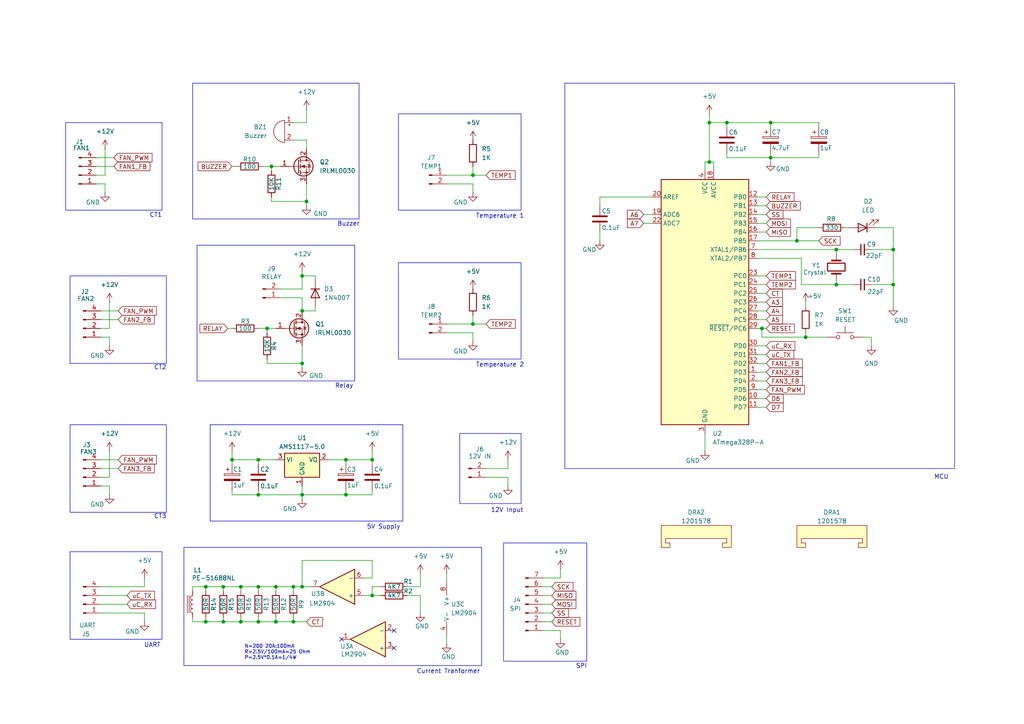
<source format=kicad_sch>
(kicad_sch (version 20231120) (generator "eeschema") (generator_version "8.0")
  (paper "A4")
  (junction (at 100.33 133.35))
  (junction (at 210.82 35.56))
  (junction (at 137.16 50.8))
  (junction (at 259.08 72.39))
  (junction (at 59.69 170.18))
  (junction (at 233.68 97.79))
  (junction (at 223.52 35.56))
  (junction (at 78.74 48.26))
  (junction (at 87.63 80.01))
  (junction (at 242.57 82.55))
  (junction (at 74.93 143.51))
  (junction (at 77.47 95.25))
  (junction (at 87.63 105.41))
  (junction (at 67.31 133.35))
  (junction (at 205.74 46.99))
  (junction (at 85.09 180.34))
  (junction (at 69.85 170.18))
  (junction (at 80.01 180.34))
  (junction (at 74.93 180.34))
  (junction (at 74.93 133.35))
  (junction (at 80.01 170.18))
  (junction (at 242.57 72.39))
  (junction (at 137.16 93.98))
  (junction (at 205.74 35.56))
  (junction (at 64.77 170.18))
  (junction (at 69.85 180.34))
  (junction (at 107.95 133.35))
  (junction (at 87.63 90.17))
  (junction (at 220.98 95.25))
  (junction (at 88.9 58.42))
  (junction (at 100.33 143.51))
  (junction (at 107.95 172.72))
  (junction (at 87.63 170.18))
  (junction (at 231.14 69.85))
  (junction (at 87.63 143.51))
  (junction (at 74.93 170.18))
  (junction (at 59.69 180.34))
  (junction (at 259.08 82.55))
  (junction (at 64.77 180.34))
  (junction (at 85.09 170.18))
  (junction (at 223.52 45.72))
  (no_connect (at 99.06 185.42))
  (no_connect (at 114.3 182.88))
  (no_connect (at 114.3 187.96))
  (wire (pts (xy 231.14 69.85) (xy 219.71 69.85)))
  (wire (pts (xy 85.09 35.56) (xy 88.9 35.56)))
  (wire (pts (xy 81.28 83.82) (xy 87.63 83.82)))
  (wire (pts (xy 29.21 177.8) (xy 41.91 177.8)))
  (wire (pts (xy 210.82 35.56) (xy 210.82 36.83)))
  (wire (pts (xy 88.9 58.42) (xy 88.9 59.69)))
  (wire (pts (xy 67.31 142.24) (xy 67.31 143.51)))
  (wire (pts (xy 80.01 170.18) (xy 80.01 171.45)))
  (wire (pts (xy 55.88 180.34) (xy 59.69 180.34)))
  (wire (pts (xy 237.49 44.45) (xy 237.49 45.72)))
  (wire (pts (xy 78.74 58.42) (xy 88.9 58.42)))
  (wire (pts (xy 59.69 179.07) (xy 59.69 180.34)))
  (wire (pts (xy 29.21 133.35) (xy 34.29 133.35)))
  (wire (pts (xy 64.77 179.07) (xy 64.77 180.34)))
  (wire (pts (xy 29.21 170.18) (xy 41.91 170.18)))
  (wire (pts (xy 223.52 36.83) (xy 223.52 35.56)))
  (wire (pts (xy 74.93 133.35) (xy 74.93 134.62)))
  (wire (pts (xy 87.63 80.01) (xy 87.63 78.74)))
  (wire (pts (xy 80.01 179.07) (xy 80.01 180.34)))
  (wire (pts (xy 88.9 40.64) (xy 88.9 43.18)))
  (wire (pts (xy 147.32 135.89) (xy 147.32 133.35)))
  (wire (pts (xy 219.71 113.03) (xy 222.25 113.03)))
  (wire (pts (xy 129.54 184.15) (xy 129.54 186.69)))
  (wire (pts (xy 252.73 72.39) (xy 259.08 72.39)))
  (wire (pts (xy 219.71 115.57) (xy 222.25 115.57)))
  (wire (pts (xy 30.48 50.8) (xy 27.94 50.8)))
  (wire (pts (xy 85.09 170.18) (xy 87.63 170.18)))
  (wire (pts (xy 88.9 53.34) (xy 88.9 58.42)))
  (wire (pts (xy 118.11 170.18) (xy 121.92 170.18)))
  (wire (pts (xy 129.54 53.34) (xy 137.16 53.34)))
  (wire (pts (xy 242.57 82.55) (xy 242.57 81.28)))
  (wire (pts (xy 173.99 59.69) (xy 173.99 57.15)))
  (wire (pts (xy 31.75 95.25) (xy 29.21 95.25)))
  (wire (pts (xy 223.52 35.56) (xy 210.82 35.56)))
  (wire (pts (xy 78.74 48.26) (xy 78.74 49.53)))
  (wire (pts (xy 205.74 35.56) (xy 205.74 46.99)))
  (wire (pts (xy 137.16 96.52) (xy 137.16 99.06)))
  (wire (pts (xy 29.21 140.97) (xy 31.75 140.97)))
  (wire (pts (xy 105.41 172.72) (xy 107.95 172.72)))
  (wire (pts (xy 219.71 90.17) (xy 222.25 90.17)))
  (wire (pts (xy 259.08 72.39) (xy 259.08 82.55)))
  (wire (pts (xy 129.54 93.98) (xy 137.16 93.98)))
  (wire (pts (xy 259.08 66.04) (xy 259.08 72.39)))
  (wire (pts (xy 30.48 43.18) (xy 30.48 50.8)))
  (wire (pts (xy 77.47 95.25) (xy 80.01 95.25)))
  (wire (pts (xy 74.93 170.18) (xy 74.93 171.45)))
  (wire (pts (xy 78.74 57.15) (xy 78.74 58.42)))
  (wire (pts (xy 74.93 180.34) (xy 80.01 180.34)))
  (wire (pts (xy 237.49 36.83) (xy 237.49 35.56)))
  (wire (pts (xy 55.88 170.18) (xy 55.88 171.45)))
  (wire (pts (xy 219.71 62.23) (xy 222.25 62.23)))
  (wire (pts (xy 29.21 90.17) (xy 34.29 90.17)))
  (wire (pts (xy 64.77 180.34) (xy 69.85 180.34)))
  (wire (pts (xy 29.21 175.26) (xy 36.83 175.26)))
  (wire (pts (xy 173.99 57.15) (xy 189.23 57.15)))
  (wire (pts (xy 242.57 72.39) (xy 242.57 73.66)))
  (wire (pts (xy 107.95 172.72) (xy 110.49 172.72)))
  (wire (pts (xy 219.71 67.31) (xy 222.25 67.31)))
  (wire (pts (xy 91.44 80.01) (xy 87.63 80.01)))
  (wire (pts (xy 59.69 170.18) (xy 64.77 170.18)))
  (wire (pts (xy 129.54 50.8) (xy 137.16 50.8)))
  (wire (pts (xy 31.75 97.79) (xy 31.75 100.33)))
  (wire (pts (xy 87.63 100.33) (xy 87.63 105.41)))
  (wire (pts (xy 205.74 33.02) (xy 205.74 35.56)))
  (wire (pts (xy 121.92 170.18) (xy 121.92 166.37)))
  (wire (pts (xy 233.68 97.79) (xy 240.03 97.79)))
  (wire (pts (xy 74.93 133.35) (xy 67.31 133.35)))
  (wire (pts (xy 121.92 172.72) (xy 121.92 177.8)))
  (wire (pts (xy 254 66.04) (xy 259.08 66.04)))
  (wire (pts (xy 137.16 53.34) (xy 137.16 55.88)))
  (wire (pts (xy 88.9 31.75) (xy 88.9 35.56)))
  (wire (pts (xy 27.94 45.72) (xy 33.02 45.72)))
  (wire (pts (xy 140.97 135.89) (xy 147.32 135.89)))
  (wire (pts (xy 219.71 87.63) (xy 222.25 87.63)))
  (wire (pts (xy 204.47 46.99) (xy 205.74 46.99)))
  (wire (pts (xy 100.33 133.35) (xy 100.33 134.62)))
  (wire (pts (xy 55.88 179.07) (xy 55.88 180.34)))
  (wire (pts (xy 210.82 45.72) (xy 223.52 45.72)))
  (wire (pts (xy 220.98 97.79) (xy 220.98 95.25)))
  (wire (pts (xy 219.71 74.93) (xy 232.41 74.93)))
  (wire (pts (xy 157.48 177.8) (xy 160.02 177.8)))
  (wire (pts (xy 233.68 87.63) (xy 233.68 88.9)))
  (wire (pts (xy 232.41 82.55) (xy 242.57 82.55)))
  (wire (pts (xy 219.71 59.69) (xy 222.25 59.69)))
  (wire (pts (xy 147.32 138.43) (xy 147.32 140.97)))
  (wire (pts (xy 80.01 180.34) (xy 85.09 180.34)))
  (wire (pts (xy 31.75 138.43) (xy 29.21 138.43)))
  (wire (pts (xy 231.14 69.85) (xy 237.49 69.85)))
  (wire (pts (xy 233.68 97.79) (xy 220.98 97.79)))
  (wire (pts (xy 205.74 35.56) (xy 210.82 35.56)))
  (wire (pts (xy 107.95 167.64) (xy 107.95 162.56)))
  (wire (pts (xy 29.21 92.71) (xy 34.29 92.71)))
  (wire (pts (xy 77.47 95.25) (xy 77.47 96.52)))
  (wire (pts (xy 55.88 170.18) (xy 59.69 170.18)))
  (wire (pts (xy 219.71 102.87) (xy 222.25 102.87)))
  (wire (pts (xy 157.48 167.64) (xy 162.56 167.64)))
  (wire (pts (xy 223.52 45.72) (xy 237.49 45.72)))
  (wire (pts (xy 69.85 180.34) (xy 74.93 180.34)))
  (wire (pts (xy 219.71 118.11) (xy 222.25 118.11)))
  (wire (pts (xy 107.95 162.56) (xy 87.63 162.56)))
  (wire (pts (xy 87.63 170.18) (xy 90.17 170.18)))
  (wire (pts (xy 157.48 172.72) (xy 160.02 172.72)))
  (wire (pts (xy 78.74 48.26) (xy 81.28 48.26)))
  (wire (pts (xy 223.52 44.45) (xy 223.52 45.72)))
  (wire (pts (xy 162.56 167.64) (xy 162.56 165.1)))
  (wire (pts (xy 29.21 172.72) (xy 36.83 172.72)))
  (wire (pts (xy 87.63 140.97) (xy 87.63 143.51)))
  (wire (pts (xy 85.09 180.34) (xy 88.9 180.34)))
  (wire (pts (xy 219.71 85.09) (xy 222.25 85.09)))
  (wire (pts (xy 87.63 162.56) (xy 87.63 170.18)))
  (wire (pts (xy 219.71 82.55) (xy 222.25 82.55)))
  (wire (pts (xy 105.41 167.64) (xy 107.95 167.64)))
  (wire (pts (xy 67.31 133.35) (xy 67.31 134.62)))
  (wire (pts (xy 157.48 175.26) (xy 160.02 175.26)))
  (wire (pts (xy 204.47 125.73) (xy 204.47 130.81)))
  (wire (pts (xy 74.93 179.07) (xy 74.93 180.34)))
  (wire (pts (xy 140.97 138.43) (xy 147.32 138.43)))
  (wire (pts (xy 157.48 170.18) (xy 160.02 170.18)))
  (wire (pts (xy 252.73 97.79) (xy 252.73 100.33)))
  (wire (pts (xy 69.85 179.07) (xy 69.85 180.34)))
  (wire (pts (xy 91.44 90.17) (xy 87.63 90.17)))
  (wire (pts (xy 87.63 83.82) (xy 87.63 80.01)))
  (wire (pts (xy 219.71 57.15) (xy 222.25 57.15)))
  (wire (pts (xy 81.28 86.36) (xy 87.63 86.36)))
  (wire (pts (xy 64.77 170.18) (xy 64.77 171.45)))
  (wire (pts (xy 77.47 104.14) (xy 77.47 105.41)))
  (wire (pts (xy 74.93 143.51) (xy 87.63 143.51)))
  (wire (pts (xy 67.31 143.51) (xy 74.93 143.51)))
  (wire (pts (xy 210.82 44.45) (xy 210.82 45.72)))
  (wire (pts (xy 107.95 130.81) (xy 107.95 133.35)))
  (wire (pts (xy 137.16 93.98) (xy 137.16 91.44)))
  (wire (pts (xy 107.95 143.51) (xy 100.33 143.51)))
  (wire (pts (xy 87.63 105.41) (xy 87.63 106.68)))
  (wire (pts (xy 85.09 179.07) (xy 85.09 180.34)))
  (wire (pts (xy 76.2 48.26) (xy 78.74 48.26)))
  (wire (pts (xy 252.73 82.55) (xy 259.08 82.55)))
  (wire (pts (xy 59.69 180.34) (xy 64.77 180.34)))
  (wire (pts (xy 69.85 170.18) (xy 69.85 171.45)))
  (wire (pts (xy 41.91 177.8) (xy 41.91 180.34)))
  (wire (pts (xy 74.93 95.25) (xy 77.47 95.25)))
  (wire (pts (xy 219.71 72.39) (xy 242.57 72.39)))
  (wire (pts (xy 31.75 130.81) (xy 31.75 138.43)))
  (wire (pts (xy 157.48 180.34) (xy 160.02 180.34)))
  (wire (pts (xy 137.16 93.98) (xy 140.97 93.98)))
  (wire (pts (xy 59.69 170.18) (xy 59.69 171.45)))
  (wire (pts (xy 219.71 64.77) (xy 222.25 64.77)))
  (wire (pts (xy 29.21 135.89) (xy 34.29 135.89)))
  (wire (pts (xy 118.11 172.72) (xy 121.92 172.72)))
  (wire (pts (xy 80.01 170.18) (xy 85.09 170.18)))
  (wire (pts (xy 30.48 53.34) (xy 30.48 55.88)))
  (wire (pts (xy 137.16 50.8) (xy 137.16 48.26)))
  (wire (pts (xy 107.95 133.35) (xy 107.95 134.62)))
  (wire (pts (xy 162.56 182.88) (xy 162.56 185.42)))
  (wire (pts (xy 219.71 92.71) (xy 222.25 92.71)))
  (wire (pts (xy 27.94 48.26) (xy 33.02 48.26)))
  (wire (pts (xy 29.21 97.79) (xy 31.75 97.79)))
  (wire (pts (xy 31.75 87.63) (xy 31.75 95.25)))
  (wire (pts (xy 205.74 46.99) (xy 207.01 46.99)))
  (wire (pts (xy 41.91 167.64) (xy 41.91 170.18)))
  (wire (pts (xy 100.33 142.24) (xy 100.33 143.51)))
  (wire (pts (xy 66.04 95.25) (xy 67.31 95.25)))
  (wire (pts (xy 129.54 96.52) (xy 137.16 96.52)))
  (wire (pts (xy 87.63 86.36) (xy 87.63 90.17)))
  (wire (pts (xy 231.14 66.04) (xy 237.49 66.04)))
  (wire (pts (xy 219.71 105.41) (xy 222.25 105.41)))
  (wire (pts (xy 107.95 170.18) (xy 107.95 172.72)))
  (wire (pts (xy 67.31 133.35) (xy 67.31 130.81)))
  (wire (pts (xy 204.47 49.53) (xy 204.47 46.99)))
  (wire (pts (xy 80.01 133.35) (xy 74.93 133.35)))
  (wire (pts (xy 67.31 48.26) (xy 68.58 48.26)))
  (wire (pts (xy 95.25 133.35) (xy 100.33 133.35)))
  (wire (pts (xy 27.94 53.34) (xy 30.48 53.34)))
  (wire (pts (xy 223.52 45.72) (xy 223.52 46.99)))
  (wire (pts (xy 231.14 66.04) (xy 231.14 69.85)))
  (wire (pts (xy 110.49 170.18) (xy 107.95 170.18)))
  (wire (pts (xy 219.71 100.33) (xy 222.25 100.33)))
  (wire (pts (xy 186.69 64.77) (xy 189.23 64.77)))
  (wire (pts (xy 74.93 170.18) (xy 80.01 170.18)))
  (wire (pts (xy 186.69 62.23) (xy 189.23 62.23)))
  (wire (pts (xy 219.71 95.25) (xy 220.98 95.25)))
  (wire (pts (xy 64.77 170.18) (xy 69.85 170.18)))
  (wire (pts (xy 157.48 182.88) (xy 162.56 182.88)))
  (wire (pts (xy 220.98 95.25) (xy 222.25 95.25)))
  (wire (pts (xy 91.44 81.28) (xy 91.44 80.01)))
  (wire (pts (xy 129.54 166.37) (xy 129.54 168.91)))
  (wire (pts (xy 100.33 143.51) (xy 87.63 143.51)))
  (wire (pts (xy 245.11 66.04) (xy 246.38 66.04)))
  (wire (pts (xy 31.75 140.97) (xy 31.75 143.51)))
  (wire (pts (xy 219.71 80.01) (xy 222.25 80.01)))
  (wire (pts (xy 69.85 170.18) (xy 74.93 170.18)))
  (wire (pts (xy 137.16 50.8) (xy 140.97 50.8)))
  (wire (pts (xy 242.57 82.55) (xy 247.65 82.55)))
  (wire (pts (xy 87.63 143.51) (xy 87.63 144.78)))
  (wire (pts (xy 242.57 72.39) (xy 247.65 72.39)))
  (wire (pts (xy 232.41 74.93) (xy 232.41 82.55)))
  (wire (pts (xy 91.44 88.9) (xy 91.44 90.17)))
  (wire (pts (xy 233.68 96.52) (xy 233.68 97.79)))
  (wire (pts (xy 259.08 82.55) (xy 259.08 88.9)))
  (wire (pts (xy 207.01 46.99) (xy 207.01 49.53)))
  (wire (pts (xy 250.19 97.79) (xy 252.73 97.79)))
  (wire (pts (xy 219.71 107.95) (xy 222.25 107.95)))
  (wire (pts (xy 74.93 142.24) (xy 74.93 143.51)))
  (wire (pts (xy 237.49 35.56) (xy 223.52 35.56)))
  (wire (pts (xy 219.71 110.49) (xy 222.25 110.49)))
  (wire (pts (xy 107.95 142.24) (xy 107.95 143.51)))
  (wire (pts (xy 77.47 105.41) (xy 87.63 105.41)))
  (wire (pts (xy 100.33 133.35) (xy 107.95 133.35)))
  (wire (pts (xy 85.09 170.18) (xy 85.09 171.45)))
  (wire (pts (xy 85.09 40.64) (xy 88.9 40.64)))
  (wire (pts (xy 173.99 67.31) (xy 173.99 69.85)))
  (rectangle (start 60.96 123.19) (end 116.84 151.13))
  (rectangle (start 133.35 125.73) (end 151.13 146.05))
  (rectangle (start 146.05 157.48) (end 170.18 191.77))
  (rectangle (start 20.32 160.02) (end 46.99 185.42))
  (rectangle (start 19.05 35.56) (end 46.99 60.96))
  (rectangle (start 55.88 24.13) (end 104.14 63.5))
  (rectangle (start 20.32 123.19) (end 48.26 148.59))
  (rectangle (start 53.34 158.75) (end 139.7 193.04))
  (rectangle (start 57.15 71.12) (end 102.87 110.49))
  (rectangle (start 20.32 80.01) (end 48.26 105.41))
  (rectangle (start 115.57 33.02) (end 151.13 60.96))
  (rectangle (start 115.57 76.2) (end 151.13 104.14))
  (rectangle (start 163.83 24.13) (end 276.86 135.89))
  (text "CT2" (at 46.482 106.68 0) (effects (font (size 1.27 1.27))))
  (text "Current Tranformer" (at 130.048 194.818 0) (effects (font (size 1.27 1.27))))
  (text "Temperature 1" (at 145.034 62.738 0) (effects (font (size 1.27 1.27))))
  (text "12V Input" (at 147.066 148.082 0) (effects (font (size 1.27 1.27))))
  (text "CT3" (at 46.482 149.86 0) (effects (font (size 1.27 1.27))))
  (text "Buzzer" (at 101.092 65.024 0) (effects (font (size 1.27 1.27))))
  (text "UART" (at 44.196 187.198 0) (effects (font (size 1.27 1.27))))
  (text "CT1" (at 45.212 62.484 0) (effects (font (size 1.27 1.27))))
  (text "Relay" (at 99.822 112.014 0) (effects (font (size 1.27 1.27))))
  (text "N=200 20A:100mA\nR=2.5V/100mA=25 Ohm\nP=2.5V*0.1A=1/4W" (at 70.866 189.23 0) (effects (font (size 1.016 1.016)) (justify left)))
  (text "Temperature 2" (at 145.034 105.918 0) (effects (font (size 1.27 1.27))))
  (text "5V Supply" (at 111.252 152.908 0) (effects (font (size 1.27 1.27))))
  (text "SPI" (at 168.656 193.294 0) (effects (font (size 1.27 1.27))))
  (text "MCU" (at 273.05 138.43 0) (effects (font (size 1.27 1.27))))
  (global_label "MOSI" (shape input) (at 222.25 64.77 0) (property "Intersheetrefs" "${INTERSHEET_REFS}" (effects (hide yes))))
  (global_label "CT" (shape input) (at 88.9 180.34 0) (property "Intersheetrefs" "${INTERSHEET_REFS}" (effects (hide yes))))
  (global_label "A5" (shape input) (at 222.25 92.71 0) (property "Intersheetrefs" "${INTERSHEET_REFS}" (effects (hide yes))))
  (global_label "BUZZER" (shape input) (at 67.31 48.26 180) (property "Intersheetrefs" "${INTERSHEET_REFS}" (effects (hide yes))))
  (global_label "CT" (shape input) (at 222.25 85.09 0) (property "Intersheetrefs" "${INTERSHEET_REFS}" (effects (hide yes))))
  (global_label "SCK" (shape input) (at 160.02 170.18 0) (property "Intersheetrefs" "${INTERSHEET_REFS}" (effects (hide yes))))
  (global_label "A4" (shape input) (at 222.25 90.17 0) (property "Intersheetrefs" "${INTERSHEET_REFS}" (effects (hide yes))))
  (global_label "FAN_PWM" (shape input) (at 34.29 90.17 0) (property "Intersheetrefs" "${INTERSHEET_REFS}" (effects (hide yes))))
  (global_label "uC_TX" (shape input) (at 222.25 102.87 0) (property "Intersheetrefs" "${INTERSHEET_REFS}" (effects (hide yes))))
  (global_label "D7" (shape input) (at 222.25 118.11 0) (property "Intersheetrefs" "${INTERSHEET_REFS}" (effects (hide yes))))
  (global_label "MISO" (shape input) (at 222.25 67.31 0) (property "Intersheetrefs" "${INTERSHEET_REFS}" (effects (hide yes))))
  (global_label "SS" (shape input) (at 160.02 177.8 0) (property "Intersheetrefs" "${INTERSHEET_REFS}" (effects (hide yes))))
  (global_label "RELAY" (shape input) (at 222.25 57.15 0) (property "Intersheetrefs" "${INTERSHEET_REFS}" (effects (hide yes))))
  (global_label "BUZZER" (shape input) (at 222.25 59.69 0) (property "Intersheetrefs" "${INTERSHEET_REFS}" (effects (hide yes))))
  (global_label "FAN3_FB" (shape input) (at 34.29 135.89 0) (property "Intersheetrefs" "${INTERSHEET_REFS}" (effects (hide yes))))
  (global_label "RELAY" (shape input) (at 66.04 95.25 180) (property "Intersheetrefs" "${INTERSHEET_REFS}" (effects (hide yes))))
  (global_label "FAN2_FB" (shape input) (at 222.25 107.95 0) (property "Intersheetrefs" "${INTERSHEET_REFS}" (effects (hide yes))))
  (global_label "FAN_PWM" (shape input) (at 222.25 113.03 0) (property "Intersheetrefs" "${INTERSHEET_REFS}" (effects (hide yes))))
  (global_label "RESET" (shape input) (at 222.25 95.25 0) (property "Intersheetrefs" "${INTERSHEET_REFS}" (effects (hide yes))))
  (global_label "FAN1_FB" (shape input) (at 33.02 48.26 0) (property "Intersheetrefs" "${INTERSHEET_REFS}" (effects (hide yes))))
  (global_label "TEMP1" (shape input) (at 222.25 80.01 0) (property "Intersheetrefs" "${INTERSHEET_REFS}" (effects (hide yes))))
  (global_label "FAN2_FB" (shape input) (at 34.29 92.71 0) (property "Intersheetrefs" "${INTERSHEET_REFS}" (effects (hide yes))))
  (global_label "A3" (shape input) (at 222.25 87.63 0) (property "Intersheetrefs" "${INTERSHEET_REFS}" (effects (hide yes))))
  (global_label "TEMP2" (shape input) (at 222.25 82.55 0) (property "Intersheetrefs" "${INTERSHEET_REFS}" (effects (hide yes))))
  (global_label "TEMP1" (shape input) (at 140.97 50.8 0) (property "Intersheetrefs" "${INTERSHEET_REFS}" (effects (hide yes))))
  (global_label "FAN_PWM" (shape input) (at 34.29 133.35 0) (property "Intersheetrefs" "${INTERSHEET_REFS}" (effects (hide yes))))
  (global_label "SCK" (shape input) (at 237.49 69.85 0) (property "Intersheetrefs" "${INTERSHEET_REFS}" (effects (hide yes))))
  (global_label "A7" (shape input) (at 186.69 64.77 180) (property "Intersheetrefs" "${INTERSHEET_REFS}" (effects (hide yes))))
  (global_label "FAN3_FB" (shape input) (at 222.25 110.49 0) (property "Intersheetrefs" "${INTERSHEET_REFS}" (effects (hide yes))))
  (global_label "MISO" (shape input) (at 160.02 172.72 0) (property "Intersheetrefs" "${INTERSHEET_REFS}" (effects (hide yes))))
  (global_label "uC_RX" (shape input) (at 222.25 100.33 0) (property "Intersheetrefs" "${INTERSHEET_REFS}" (effects (hide yes))))
  (global_label "FAN_PWM" (shape input) (at 33.02 45.72 0) (property "Intersheetrefs" "${INTERSHEET_REFS}" (effects (hide yes))))
  (global_label "A6" (shape input) (at 186.69 62.23 180) (property "Intersheetrefs" "${INTERSHEET_REFS}" (effects (hide yes))))
  (global_label "SS" (shape input) (at 222.25 62.23 0) (property "Intersheetrefs" "${INTERSHEET_REFS}" (effects (hide yes))))
  (global_label "FAN1_FB" (shape input) (at 222.25 105.41 0) (property "Intersheetrefs" "${INTERSHEET_REFS}" (effects (hide yes))))
  (global_label "MOSI" (shape input) (at 160.02 175.26 0) (property "Intersheetrefs" "${INTERSHEET_REFS}" (effects (hide yes))))
  (global_label "TEMP2" (shape input) (at 140.97 93.98 0) (property "Intersheetrefs" "${INTERSHEET_REFS}" (effects (hide yes))))
  (global_label "D6" (shape input) (at 222.25 115.57 0) (property "Intersheetrefs" "${INTERSHEET_REFS}" (effects (hide yes))))
  (global_label "RESET" (shape input) (at 160.02 180.34 0) (property "Intersheetrefs" "${INTERSHEET_REFS}" (effects (hide yes))))
  (global_label "uC_RX" (shape input) (at 36.83 175.26 0) (property "Intersheetrefs" "${INTERSHEET_REFS}" (effects (hide yes))))
  (global_label "uC_TX" (shape input) (at 36.83 172.72 0) (property "Intersheetrefs" "${INTERSHEET_REFS}" (effects (hide yes))))
  (symbol (lib_id "power:GND") (at 252.73 100.33 0) (unit 1)
    (property "Reference" "#PWR027" (effects (hide yes)))
    (property "Value" "GND" (at 252.73 105.41 0))
    (property "Description" "Power symbol creates a global label with name \"GND\" , ground" (effects (hide yes)))
  )
  (symbol (lib_id "power:+5V") (at 137.16 40.64 0) (unit 1)
    (property "Reference" "#PWR016" (effects (hide yes)))
    (property "Value" "+5V" (at 137.16 35.56 0))
    (property "Description" "Power symbol creates a global label with name \"+5V\"" (effects (hide yes)))
  )
  (symbol (lib_id "Device:R") (at 59.69 175.26 180) (unit 1)
    (property "Reference" "R14" (at 61.976 175.26 90))
    (property "Value" "50R" (at 59.69 175.26 90))
    (property "Footprint" "Resistor_SMD:R_MiniMELF_MMA-0204" (effects (hide yes)))
    (property "Description" "Resistor" (effects (hide yes)))
    (property "Manufacturer" "Viking Tech" (effects (hide yes)))
    (property "Mfg PN" "CSR0204FTDV0500" (effects (hide yes)))
    (property "LCSC Part #" " C489412" (effects (hide yes)))
  )
  (symbol (lib_id "power:+12V") (at 67.31 130.81 0) (unit 1)
    (property "Reference" "#PWR07" (effects (hide yes)))
    (property "Value" "+12V" (at 67.31 125.73 0))
    (property "Description" "Power symbol creates a global label with name \"+12V\"" (effects (hide yes)))
  )
  (symbol (lib_id "Mechanical:DIN_Rail_Adapter") (at 201.93 154.94 0) (unit 1) (exclude_from_sim yes)
    (property "Reference" "DRA2" (at 201.93 148.59 0))
    (property "Value" "1201578" (at 201.93 151.13 0))
    (property "Footprint" "MountingEquipment:DINRailAdapter_3xM3_PhoenixContact_1201578" (effects (hide yes)))
    (property "Description" "DIN Rail adapter universal, mounting holes without connection" (effects (hide yes)))
    (property "LCSC Part #" "C3019632" (effects (hide yes)))
    (property "Manufacturer" "Phoenix Contact" (effects (hide yes)))
    (property "Mfg PN" "1201578" (effects (hide yes)))
  )
  (symbol (lib_id "Device:C_Small") (at 250.19 82.55 90) (unit 1)
    (property "Reference" "C10" (at 253.492 81.026 90))
    (property "Value" "22pF" (at 254 84.582 90))
    (property "Footprint" "Capacitor_SMD:C_0603_1608Metric_Pad1.08x0.95mm_HandSolder" (effects (hide yes)))
    (property "Description" "Unpolarized capacitor, small symbol" (effects (hide yes)))
    (property "Manufacturer" "YAGEO" (effects (hide yes)))
    (property "Mfg PN" "CC0603JRNPO9BN220" (effects (hide yes)))
    (property "LCSC Part #" "C105620" (effects (hide yes)))
  )
  (symbol (lib_id "power:+12V") (at 88.9 31.75 0) (unit 1)
    (property "Reference" "#PWR032" (effects (hide yes)))
    (property "Value" "+12V" (at 88.9 26.67 0))
    (property "Description" "Power symbol creates a global label with name \"+12V\"" (effects (hide yes)))
  )
  (symbol (lib_id "Device:C_Polarized") (at 100.33 138.43 0) (unit 1)
    (property "Reference" "C3" (at 100.584 136.144 0) (effects (justify left)))
    (property "Value" "1uF" (at 100.584 140.716 0) (effects (justify left)))
    (property "Footprint" "Capacitor_SMD:C_0603_1608Metric_Pad1.08x0.95mm_HandSolder" (effects (hide yes)))
    (property "Description" "Polarized capacitor" (effects (hide yes)))
    (property "Manufacturer" "YAGEO" (effects (hide yes)))
    (property "Mfg PN" "CC0603KRX5R8BB105" (effects (hide yes)))
    (property "LCSC Part #" "C14664" (effects (hide yes)))
  )
  (symbol (lib_id "Device:C_Polarized") (at 237.49 40.64 0) (unit 1)
    (property "Reference" "C8" (at 237.744 38.354 0) (effects (justify left)))
    (property "Value" "1uF" (at 237.744 42.926 0) (effects (justify left)))
    (property "Footprint" "Capacitor_SMD:C_0603_1608Metric_Pad1.08x0.95mm_HandSolder" (effects (hide yes)))
    (property "Description" "Polarized capacitor" (effects (hide yes)))
    (property "Manufacturer" "YAGEO" (effects (hide yes)))
    (property "Mfg PN" "CC0603KRX5R8BB105" (effects (hide yes)))
    (property "LCSC Part #" "C14664" (effects (hide yes)))
  )
  (symbol (lib_id "power:+12V") (at 31.75 87.63 0) (unit 1)
    (property "Reference" "#PWR03" (effects (hide yes)))
    (property "Value" "+12V" (at 31.75 82.55 0))
    (property "Description" "Power symbol creates a global label with name \"+12V\"" (effects (hide yes)))
  )
  (symbol (lib_id "MCU_Microchip_ATmega:ATmega328P-A") (at 204.47 87.63 0) (unit 1)
    (property "Reference" "U2" (at 206.6641 125.73 0) (effects (justify left)))
    (property "Value" "ATmega328P-A" (at 206.6641 128.27 0) (effects (justify left)))
    (property "Footprint" "Package_QFP:TQFP-32_7x7mm_P0.8mm" (effects (hide yes)))
    (property "Datasheet" "http://ww1.microchip.com/downloads/en/DeviceDoc/ATmega328_P%20AVR%20MCU%20with%20picoPower%20Technology%20Data%20Sheet%2040001984A.pdf" (effects (hide yes)))
    (property "Description" "20MHz, 32kB Flash, 2kB SRAM, 1kB EEPROM, TQFP-32" (effects (hide yes)))
    (property "Manufacturer" " Microchip Tech" (effects (hide yes)))
    (property "Mfg PN" "ATmega328P-A" (effects (hide yes)))
    (property "LCSC Part #" "C14877" (effects (hide yes)))
  )
  (symbol (lib_id "Connector:Conn_01x02_Pin") (at 76.2 86.36 0) (mirror x) (unit 1)
    (property "Reference" "J9" (at 78.74 77.978 0))
    (property "Value" "RELAY" (at 78.74 80.264 0))
    (property "Footprint" "TerminalBlock_RND:TerminalBlock_RND_205-00232_1x02_P5.08mm_Horizontal" (effects (hide yes)))
    (property "Description" "Generic connector, single row, 01x02, script generated" (effects (hide yes)))
    (property "Manufacturer" " Ningbo Kangnex Elec" (effects (hide yes)))
    (property "Mfg PN" " WJ500V-5.08-2P" (effects (hide yes)))
    (property "LCSC Part #" " C8465" (effects (hide yes)))
  )
  (symbol (lib_id "Connector:Conn_01x04_Pin") (at 24.13 175.26 0) (mirror x) (unit 1)
    (property "Reference" "J5" (at 24.892 183.896 0))
    (property "Value" "UART" (at 25.4 181.356 0))
    (property "Footprint" "Connector_PinHeader_2.54mm:PinHeader_1x04_P2.54mm_Vertical" (effects (hide yes)))
    (property "Description" "Generic connector, single row, 01x04, script generated" (effects (hide yes)))
    (property "LCSC Part #" "DNP" (effects (hide yes)))
  )
  (symbol (lib_id "Connector:Conn_01x04_Pin") (at 24.13 95.25 0) (mirror x) (unit 1)
    (property "Reference" "J2" (at 24.638 84.582 0))
    (property "Value" "FAN2" (at 24.892 86.614 0))
    (property "Footprint" "Connector_Molex:Molex_KK-254_AE-6410-04A_1x04_P2.54mm_Vertical" (effects (hide yes)))
    (property "Description" "Generic connector, single row, 01x04, script generated" (effects (hide yes)))
    (property "Manufacturer" "chxunda " (effects (hide yes)))
    (property "Mfg PN" "XD-2510-4A" (effects (hide yes)))
    (property "LCSC Part #" "C17700994 " (effects (hide yes)))
  )
  (symbol (lib_id "power:GND") (at 204.47 130.81 0) (unit 1)
    (property "Reference" "#PWR023" (effects (hide yes)))
    (property "Value" "GND" (at 200.914 133.604 0))
    (property "Description" "Power symbol creates a global label with name \"GND\" , ground" (effects (hide yes)))
  )
  (symbol (lib_id "power:GND") (at 31.75 143.51 0) (unit 1)
    (property "Reference" "#PWR06" (effects (hide yes)))
    (property "Value" "GND" (at 28.194 146.304 0))
    (property "Description" "Power symbol creates a global label with name \"GND\" , ground" (effects (hide yes)))
  )
  (symbol (lib_id "power:+5V") (at 233.68 87.63 0) (unit 1)
    (property "Reference" "#PWR026" (effects (hide yes)))
    (property "Value" "+5V" (at 236.22 85.852 0))
    (property "Description" "Power symbol creates a global label with name \"+5V\"" (effects (hide yes)))
  )
  (symbol (lib_id "power:GND") (at 87.63 106.68 0) (unit 1)
    (property "Reference" "#PWR021" (effects (hide yes)))
    (property "Value" "GND" (at 91.694 108.966 0))
    (property "Description" "Power symbol creates a global label with name \"GND\" , ground" (effects (hide yes)))
  )
  (symbol (lib_id "Device:Buzzer") (at 82.55 38.1 0) (mirror y) (unit 1)
    (property "Reference" "BZ1" (at 77.47 36.8299 0) (effects (justify left)))
    (property "Value" "Buzzer" (at 77.47 39.3699 0) (effects (justify left)))
    (property "Footprint" "Buzzer_Beeper:Buzzer_12x9.5RM7.6" (effects (hide yes)))
    (property "Description" "Buzzer, polarized" (effects (hide yes)))
    (property "LCSC Part #" "DNP" (effects (hide yes)))
    (property "Manufacturer" "Jiangsu Huaneng Elec" (effects (hide yes)))
    (property "Mfg PN" "TMB12A12" (effects (hide yes)))
  )
  (symbol (lib_id "Device:R") (at 74.93 175.26 180) (unit 1)
    (property "Reference" "R13" (at 77.216 175.26 90))
    (property "Value" "50R" (at 74.93 175.26 90))
    (property "Footprint" "Resistor_SMD:R_MiniMELF_MMA-0204" (effects (hide yes)))
    (property "Description" "Resistor" (effects (hide yes)))
    (property "Manufacturer" "Viking Tech" (effects (hide yes)))
    (property "Mfg PN" "CSR0204FTDV0500" (effects (hide yes)))
    (property "LCSC Part #" " C489412" (effects (hide yes)))
  )
  (symbol (lib_id "power:+5V") (at 107.95 130.81 0) (unit 1)
    (property "Reference" "#PWR09" (effects (hide yes)))
    (property "Value" "+5V" (at 107.95 125.73 0))
    (property "Description" "Power symbol creates a global label with name \"+5V\"" (effects (hide yes)))
  )
  (symbol (lib_id "Device:R") (at 71.12 95.25 90) (unit 1)
    (property "Reference" "R3" (at 71.12 93.218 90))
    (property "Value" "100" (at 71.12 95.25 90))
    (property "Footprint" "Resistor_SMD:R_0603_1608Metric_Pad0.98x0.95mm_HandSolder" (effects (hide yes)))
    (property "Description" "Resistor" (effects (hide yes)))
    (property "Manufacturer" "YAGEO" (effects (hide yes)))
    (property "Mfg PN" "RC0603FR-07100RL" (effects (hide yes)))
    (property "LCSC Part #" "C105588" (effects (hide yes)))
  )
  (symbol (lib_id "Amplifier_Operational:LM2904") (at 132.08 176.53 0) (unit 3)
    (property "Reference" "U3" (at 130.81 175.2599 0) (effects (justify left)))
    (property "Value" "LM2904" (at 130.81 177.7999 0) (effects (justify left)))
    (property "Footprint" "Package_SO:SO-8_3.9x4.9mm_P1.27mm" (effects (hide yes)))
    (property "Datasheet" "http://www.ti.com/lit/ds/symlink/lm358.pdf" (effects (hide yes)))
    (property "Description" "Dual Operational Amplifiers, DIP-8/SOIC-8/TSSOP-8/VSSOP-8" (effects (hide yes)))
    (property "LCSC Part #" "C105411" (effects (hide yes)))
    (property "Manufacturer" "STMicroelectronics" (effects (hide yes)))
    (property "Mfg PN" "LM2904DT" (effects (hide yes)))
  )
  (symbol (lib_id "Device:R") (at 241.3 66.04 90) (unit 1)
    (property "Reference" "R8" (at 241.046 63.5 90))
    (property "Value" "330" (at 241.3 66.04 90))
    (property "Footprint" "Resistor_SMD:R_0603_1608Metric_Pad0.98x0.95mm_HandSolder" (effects (hide yes)))
    (property "Description" "Resistor" (effects (hide yes)))
    (property "Manufacturer" "YAGEO" (effects (hide yes)))
    (property "Mfg PN" "RC0603FR-07330RL" (effects (hide yes)))
    (property "LCSC Part #" "C105881" (effects (hide yes)))
  )
  (symbol (lib_id "Amplifier_Operational:LM2904") (at 97.79 170.18 180) (unit 2)
    (property "Reference" "U3" (at 92.202 172.212 0))
    (property "Value" "LM2904" (at 93.472 175.006 0))
    (property "Footprint" "Package_SO:SO-8_3.9x4.9mm_P1.27mm" (effects (hide yes)))
    (property "Datasheet" "http://www.ti.com/lit/ds/symlink/lm358.pdf" (effects (hide yes)))
    (property "Description" "Dual Operational Amplifiers, DIP-8/SOIC-8/TSSOP-8/VSSOP-8" (effects (hide yes)))
    (property "LCSC Part #" "C105411" (effects (hide yes)))
    (property "Manufacturer" "STMicroelectronics" (effects (hide yes)))
    (property "Mfg PN" "LM2904DT" (effects (hide yes)))
  )
  (symbol (lib_id "Device:LED") (at 250.19 66.04 180) (unit 1)
    (property "Reference" "D2" (at 251.7775 58.42 0))
    (property "Value" "LED" (at 251.7775 60.96 0))
    (property "Footprint" "LED_SMD:LED_0603_1608Metric_Pad1.05x0.95mm_HandSolder" (effects (hide yes)))
    (property "Description" "Light emitting diode" (effects (hide yes)))
    (property "Manufacturer" "Lite_On" (effects (hide yes)))
    (property "Mfg PN" "LTST-C190GKT" (effects (hide yes)))
    (property "LCSC Part #" "C125093" (effects (hide yes)))
  )
  (symbol (lib_id "power:+12V") (at 147.32 133.35 0) (unit 1)
    (property "Reference" "#PWR010" (effects (hide yes)))
    (property "Value" "+12V" (at 147.32 128.27 0))
    (property "Description" "Power symbol creates a global label with name \"+12V\"" (effects (hide yes)))
  )
  (symbol (lib_id "Device:C") (at 74.93 138.43 0) (unit 1)
    (property "Reference" "C2" (at 75.438 136.144 0) (effects (justify left)))
    (property "Value" "0.1uF" (at 75.438 140.97 0) (effects (justify left)))
    (property "Footprint" "Capacitor_SMD:C_0603_1608Metric_Pad1.08x0.95mm_HandSolder" (effects (hide yes)))
    (property "Description" "Unpolarized capacitor" (effects (hide yes)))
    (property "Manufacturer" "YAGEO" (effects (hide yes)))
    (property "Mfg PN" "CC0603KRX7R8BB104" (effects (hide yes)))
    (property "LCSC Part #" "C92490" (effects (hide yes)))
  )
  (symbol (lib_id "power:GND") (at 137.16 99.06 0) (unit 1)
    (property "Reference" "#PWR019" (effects (hide yes)))
    (property "Value" "GND" (at 133.604 101.854 0))
    (property "Description" "Power symbol creates a global label with name \"GND\" , ground" (effects (hide yes)))
  )
  (symbol (lib_id "power:GND") (at 137.16 55.88 0) (unit 1)
    (property "Reference" "#PWR017" (effects (hide yes)))
    (property "Value" "GND" (at 133.604 58.674 0))
    (property "Description" "Power symbol creates a global label with name \"GND\" , ground" (effects (hide yes)))
  )
  (symbol (lib_id "power:+12V") (at 30.48 43.18 0) (unit 1)
    (property "Reference" "#PWR01" (effects (hide yes)))
    (property "Value" "+12V" (at 30.48 38.1 0))
    (property "Description" "Power symbol creates a global label with name \"+12V\"" (effects (hide yes)))
  )
  (symbol (lib_id "Device:R") (at 114.3 170.18 90) (unit 1)
    (property "Reference" "R1" (at 118.364 168.656 90))
    (property "Value" "4K7" (at 114.3 170.18 90))
    (property "Footprint" "Resistor_SMD:R_0603_1608Metric_Pad0.98x0.95mm_HandSolder" (effects (hide yes)))
    (property "Description" "Resistor" (effects (hide yes)))
    (property "Manufacturer" "YAGEO" (effects (hide yes)))
    (property "Mfg PN" "RC0603FR-074K7L" (effects (hide yes)))
    (property "LCSC Part #" "C99782" (effects (hide yes)))
  )
  (symbol (lib_id "Connector:Conn_01x04_Pin") (at 24.13 138.43 0) (mirror x) (unit 1)
    (property "Reference" "J3" (at 25.146 129.032 0))
    (property "Value" "FAN3" (at 25.654 131.064 0))
    (property "Footprint" "Connector_Molex:Molex_KK-254_AE-6410-04A_1x04_P2.54mm_Vertical" (effects (hide yes)))
    (property "Description" "Generic connector, single row, 01x04, script generated" (effects (hide yes)))
    (property "Manufacturer" "chxunda " (effects (hide yes)))
    (property "Mfg PN" "XD-2510-4A" (effects (hide yes)))
    (property "LCSC Part #" "DNP" (effects (hide yes)))
  )
  (symbol (lib_id "power:GND") (at 121.92 177.8 0) (unit 1)
    (property "Reference" "#PWR015" (effects (hide yes)))
    (property "Value" "GND" (at 122.428 181.61 0))
    (property "Description" "Power symbol creates a global label with name \"GND\" , ground" (effects (hide yes)))
  )
  (symbol (lib_id "Device:R") (at 80.01 175.26 180) (unit 1)
    (property "Reference" "R12" (at 82.296 175.26 90))
    (property "Value" "50R" (at 80.01 175.26 90))
    (property "Footprint" "Resistor_SMD:R_MiniMELF_MMA-0204" (effects (hide yes)))
    (property "Description" "Resistor" (effects (hide yes)))
    (property "Manufacturer" "Viking Tech" (effects (hide yes)))
    (property "Mfg PN" "CSR0204FTDV0500" (effects (hide yes)))
    (property "LCSC Part #" " C489412" (effects (hide yes)))
  )
  (symbol (lib_id "Device:R") (at 233.68 92.71 0) (unit 1)
    (property "Reference" "R7" (at 236.22 91.4399 0) (effects (justify left)))
    (property "Value" "1K" (at 236.22 93.9799 0) (effects (justify left)))
    (property "Footprint" "Resistor_SMD:R_0603_1608Metric_Pad0.98x0.95mm_HandSolder" (effects (hide yes)))
    (property "Description" "Resistor" (effects (hide yes)))
    (property "Manufacturer" "YAGEO" (effects (hide yes)))
    (property "Mfg PN" "RC0603FR-071KL" (effects (hide yes)))
    (property "LCSC Part #" "C22548" (effects (hide yes)))
  )
  (symbol (lib_id "Device:C_Polarized") (at 67.31 138.43 0) (unit 1)
    (property "Reference" "C1" (at 67.564 136.144 0) (effects (justify left)))
    (property "Value" "1uF" (at 67.564 140.716 0) (effects (justify left)))
    (property "Footprint" "Capacitor_SMD:C_0603_1608Metric_Pad1.08x0.95mm_HandSolder" (effects (hide yes)))
    (property "Description" "Polarized capacitor" (effects (hide yes)))
    (property "Manufacturer" "YAGEO" (effects (hide yes)))
    (property "Mfg PN" "CC0603KRX5R8BB105" (effects (hide yes)))
    (property "LCSC Part #" "C14664" (effects (hide yes)))
  )
  (symbol (lib_id "power:GND") (at 162.56 185.42 0) (unit 1)
    (property "Reference" "#PWR034" (effects (hide yes)))
    (property "Value" "GND" (at 163.068 189.23 0))
    (property "Description" "Power symbol creates a global label with name \"GND\" , ground" (effects (hide yes)))
  )
  (symbol (lib_id "Device:D") (at 91.44 85.09 270) (unit 1)
    (property "Reference" "D3" (at 93.98 83.8199 90) (effects (justify left)))
    (property "Value" "1N4007" (at 93.98 86.3599 90) (effects (justify left)))
    (property "Footprint" "Diode_SMD:D_SOD-123F" (effects (hide yes)))
    (property "Description" "Diode" (effects (hide yes)))
    (property "Sim.Device" "D" (effects (hide yes)))
    (property "Sim.Pins" "1=K 2=A" (effects (hide yes)))
    (property "Manufacturer" "MSKSEMI" (effects (hide yes)))
    (property "Mfg PN" "1N4007 A7" (effects (hide yes)))
    (property "LCSC Part #" "C2902912" (effects (hide yes)))
  )
  (symbol (lib_id "power:GND") (at 88.9 59.69 0) (unit 1)
    (property "Reference" "#PWR033" (effects (hide yes)))
    (property "Value" "GND" (at 92.964 61.976 0))
    (property "Description" "Power symbol creates a global label with name \"GND\" , ground" (effects (hide yes)))
  )
  (symbol (lib_id "Device:R") (at 114.3 172.72 90) (unit 1)
    (property "Reference" "R2" (at 118.364 171.45 90))
    (property "Value" "4K7" (at 114.3 172.72 90))
    (property "Footprint" "Resistor_SMD:R_0603_1608Metric_Pad0.98x0.95mm_HandSolder" (effects (hide yes)))
    (property "Description" "Resistor" (effects (hide yes)))
    (property "Manufacturer" "YAGEO" (effects (hide yes)))
    (property "Mfg PN" "RC0603FR-074K7L" (effects (hide yes)))
    (property "LCSC Part #" "C99782" (effects (hide yes)))
  )
  (symbol (lib_id "Device:C") (at 173.99 63.5 0) (unit 1)
    (property "Reference" "C5" (at 174.498 61.214 0) (effects (justify left)))
    (property "Value" "0.1uF" (at 174.498 66.04 0) (effects (justify left)))
    (property "Footprint" "Capacitor_SMD:C_0603_1608Metric_Pad1.08x0.95mm_HandSolder" (effects (hide yes)))
    (property "Description" "Unpolarized capacitor" (effects (hide yes)))
    (property "Manufacturer" "YAGEO" (effects (hide yes)))
    (property "Mfg PN" "CC0603KRX7R8BB104" (effects (hide yes)))
    (property "LCSC Part #" "C92490" (effects (hide yes)))
  )
  (symbol (lib_id "Device:R") (at 137.16 44.45 0) (unit 1)
    (property "Reference" "R5" (at 139.7 43.1799 0) (effects (justify left)))
    (property "Value" "1K" (at 139.7 45.7199 0) (effects (justify left)))
    (property "Footprint" "Resistor_SMD:R_0603_1608Metric_Pad0.98x0.95mm_HandSolder" (effects (hide yes)))
    (property "Description" "Resistor" (effects (hide yes)))
    (property "Manufacturer" "YAGEO" (effects (hide yes)))
    (property "Mfg PN" "RC0603FR-071KL" (effects (hide yes)))
    (property "LCSC Part #" "C22548" (effects (hide yes)))
  )
  (symbol (lib_id "power:+5V") (at 205.74 33.02 0) (unit 1)
    (property "Reference" "#PWR024" (effects (hide yes)))
    (property "Value" "+5V" (at 205.74 27.94 0))
    (property "Description" "Power symbol creates a global label with name \"+5V\"" (effects (hide yes)))
  )
  (symbol (lib_id "power:+12V") (at 31.75 130.81 0) (unit 1)
    (property "Reference" "#PWR05" (effects (hide yes)))
    (property "Value" "+12V" (at 31.75 125.73 0))
    (property "Description" "Power symbol creates a global label with name \"+12V\"" (effects (hide yes)))
  )
  (symbol (lib_id "Connector:Conn_01x07_Pin") (at 152.4 175.26 0) (mirror x) (unit 1)
    (property "Reference" "J4" (at 151.13 173.9899 0) (effects (justify right)))
    (property "Value" "SPI" (at 151.13 176.5299 0) (effects (justify right)))
    (property "Footprint" "Connector_PinHeader_2.54mm:PinHeader_1x07_P2.54mm_Vertical" (effects (hide yes)))
    (property "Description" "Generic connector, single row, 01x07, script generated" (effects (hide yes)))
    (property "LCSC Part #" "DNP" (effects (hide yes)))
  )
  (symbol (lib_id "Transistor_FET:IRF540N") (at 85.09 95.25 0) (unit 1)
    (property "Reference" "Q1" (at 91.44 93.9799 0) (effects (justify left)))
    (property "Value" "IRLML0030" (at 91.44 96.5199 0) (effects (justify left)))
    (property "Footprint" "Package_TO_SOT_SMD:SOT-23" (effects (hide yes)))
    (property "Manufacturer" "Infineon Technologies" (effects (hide yes)))
    (property "Mfg PN" "IRLML0030TRPBF " (effects (hide yes)))
    (property "LCSC Part #" "C67272" (effects (hide yes)))
  )
  (symbol (lib_id "power:GND") (at 129.54 186.69 0) (unit 1)
    (property "Reference" "#PWR031" (effects (hide yes)))
    (property "Value" "GND" (at 130.048 190.5 0))
    (property "Description" "Power symbol creates a global label with name \"GND\" , ground" (effects (hide yes)))
  )
  (symbol (lib_id "Device:R") (at 77.47 100.33 0) (unit 1)
    (property "Reference" "R4" (at 79.502 100.33 90))
    (property "Value" "10K" (at 77.47 100.33 90))
    (property "Footprint" "Resistor_SMD:R_0603_1608Metric_Pad0.98x0.95mm_HandSolder" (effects (hide yes)))
    (property "Description" "Resistor" (effects (hide yes)))
    (property "Manufacturer" "YAGEO" (effects (hide yes)))
    (property "Mfg PN" "RC0603FR-0710KL" (effects (hide yes)))
    (property "LCSC Part #" "C98220" (effects (hide yes)))
  )
  (symbol (lib_id "Device:R") (at 69.85 175.26 180) (unit 1)
    (property "Reference" "R16" (at 72.136 175.26 90))
    (property "Value" "50R" (at 69.85 175.26 90))
    (property "Footprint" "Resistor_SMD:R_MiniMELF_MMA-0204" (effects (hide yes)))
    (property "Description" "Resistor" (effects (hide yes)))
    (property "Manufacturer" "Viking Tech" (effects (hide yes)))
    (property "Mfg PN" "CSR0204FTDV0500" (effects (hide yes)))
    (property "LCSC Part #" " C489412" (effects (hide yes)))
  )
  (symbol (lib_id "power:GND") (at 147.32 140.97 0) (unit 1)
    (property "Reference" "#PWR011" (effects (hide yes)))
    (property "Value" "GND" (at 143.764 143.764 0))
    (property "Description" "Power symbol creates a global label with name \"GND\" , ground" (effects (hide yes)))
  )
  (symbol (lib_id "Connector:Conn_01x04_Pin") (at 22.86 50.8 0) (mirror x) (unit 1)
    (property "Reference" "J1" (at 23.114 41.148 0))
    (property "Value" "FAN1" (at 23.622 42.926 0))
    (property "Footprint" "Connector_Molex:Molex_KK-254_AE-6410-04A_1x04_P2.54mm_Vertical" (effects (hide yes)))
    (property "Description" "Generic connector, single row, 01x04, script generated" (effects (hide yes)))
    (property "Manufacturer" "chxunda " (effects (hide yes)))
    (property "Mfg PN" "XD-2510-4A" (effects (hide yes)))
    (property "LCSC Part #" "C17700994 " (effects (hide yes)))
  )
  (symbol (lib_id "Device:C") (at 210.82 40.64 0) (unit 1)
    (property "Reference" "C6" (at 211.328 38.354 0) (effects (justify left)))
    (property "Value" "0.1uF" (at 211.328 43.18 0) (effects (justify left)))
    (property "Footprint" "Capacitor_SMD:C_0603_1608Metric_Pad1.08x0.95mm_HandSolder" (effects (hide yes)))
    (property "Description" "Unpolarized capacitor" (effects (hide yes)))
    (property "Manufacturer" "YAGEO" (effects (hide yes)))
    (property "Mfg PN" "CC0603KRX7R8BB104" (effects (hide yes)))
    (property "LCSC Part #" "C92490" (effects (hide yes)))
  )
  (symbol (lib_id "Device:C") (at 107.95 138.43 0) (unit 1)
    (property "Reference" "C4" (at 108.458 136.144 0) (effects (justify left)))
    (property "Value" "0.1uF" (at 108.458 140.97 0) (effects (justify left)))
    (property "Footprint" "Capacitor_SMD:C_0603_1608Metric_Pad1.08x0.95mm_HandSolder" (effects (hide yes)))
    (property "Description" "Unpolarized capacitor" (effects (hide yes)))
    (property "Manufacturer" "YAGEO" (effects (hide yes)))
    (property "Mfg PN" "CC0603KRX7R8BB104" (effects (hide yes)))
    (property "LCSC Part #" "C92490" (effects (hide yes)))
  )
  (symbol (lib_id "Transistor_FET:IRF540N") (at 86.36 48.26 0) (unit 1)
    (property "Reference" "Q2" (at 92.71 46.9899 0) (effects (justify left)))
    (property "Value" "IRLML0030" (at 92.71 49.5299 0) (effects (justify left)))
    (property "Footprint" "Package_TO_SOT_SMD:SOT-23" (effects (hide yes)))
    (property "Manufacturer" "Infineon Technologies" (effects (hide yes)))
    (property "Mfg PN" "IRLML0030TRPBF " (effects (hide yes)))
    (property "LCSC Part #" "C67272" (effects (hide yes)))
  )
  (symbol (lib_id "power:+12V") (at 87.63 78.74 0) (unit 1)
    (property "Reference" "#PWR020" (effects (hide yes)))
    (property "Value" "+12V" (at 87.63 73.66 0))
    (property "Description" "Power symbol creates a global label with name \"+12V\"" (effects (hide yes)))
  )
  (symbol (lib_id "power:GND") (at 173.99 69.85 0) (unit 1)
    (property "Reference" "#PWR022" (effects (hide yes)))
    (property "Value" "GND" (at 170.942 72.39 0))
    (property "Description" "Power symbol creates a global label with name \"GND\" , ground" (effects (hide yes)))
  )
  (symbol (lib_id "Device:C_Polarized") (at 223.52 40.64 0) (unit 1)
    (property "Reference" "C7" (at 223.774 38.354 0) (effects (justify left)))
    (property "Value" "4.7uF" (at 223.774 42.926 0) (effects (justify left)))
    (property "Footprint" "Capacitor_SMD:C_0603_1608Metric_Pad1.08x0.95mm_HandSolder" (effects (hide yes)))
    (property "Description" "Polarized capacitor" (effects (hide yes)))
    (property "Manufacturer" "YAGEO" (effects (hide yes)))
    (property "Mfg PN" "CC0603KRX5R8BB475" (effects (hide yes)))
    (property "LCSC Part #" "C326580" (effects (hide yes)))
  )
  (symbol (lib_id "Amplifier_Operational:LM2904") (at 106.68 185.42 180) (unit 1)
    (property "Reference" "U3" (at 100.584 187.452 0))
    (property "Value" "LM2904" (at 102.616 189.738 0))
    (property "Footprint" "Package_SO:SO-8_3.9x4.9mm_P1.27mm" (effects (hide yes)))
    (property "Datasheet" "http://www.ti.com/lit/ds/symlink/lm358.pdf" (effects (hide yes)))
    (property "Description" "Dual Operational Amplifiers, DIP-8/SOIC-8/TSSOP-8/VSSOP-8" (effects (hide yes)))
    (property "LCSC Part #" "C105411" (effects (hide yes)))
    (property "Manufacturer" "STMicroelectronics" (effects (hide yes)))
    (property "Mfg PN" "LM2904DT" (effects (hide yes)))
  )
  (symbol (lib_id "Switch:SW_Push") (at 245.11 97.79 0) (unit 1)
    (property "Reference" "SW1" (at 245.11 90.17 0))
    (property "Value" "RESET" (at 245.11 92.71 0))
    (property "Footprint" "Button_Switch_SMD:SW_Tactile_SPST_NO_Straight_CK_PTS636Sx25SMTRLFS" (effects (hide yes)))
    (property "Description" "Push button switch, generic, two pins" (effects (hide yes)))
    (property "Manufacturer" "XKB Connection" (effects (hide yes)))
    (property "Mfg PN" "TS-1101-C-W" (effects (hide yes)))
    (property "LCSC Part #" "C318938" (effects (hide yes)))
  )
  (symbol (lib_id "Device:R") (at 137.16 87.63 0) (unit 1)
    (property "Reference" "R6" (at 139.7 86.3599 0) (effects (justify left)))
    (property "Value" "1K" (at 139.7 88.8999 0) (effects (justify left)))
    (property "Footprint" "Resistor_SMD:R_0603_1608Metric_Pad0.98x0.95mm_HandSolder" (effects (hide yes)))
    (property "Description" "Resistor" (effects (hide yes)))
    (property "Manufacturer" "YAGEO" (effects (hide yes)))
    (property "Mfg PN" "RC0603FR-071KL" (effects (hide yes)))
    (property "LCSC Part #" "C22548" (effects (hide yes)))
  )
  (symbol (lib_id "Connector:Conn_01x02_Pin") (at 124.46 93.98 0) (unit 1)
    (property "Reference" "J8" (at 125.095 88.9 0))
    (property "Value" "TEMP2" (at 125.095 91.44 0))
    (property "Footprint" "Connector_JST:JST_XH_B2B-XH-A_1x02_P2.50mm_Vertical" (effects (hide yes)))
    (property "Description" "Generic connector, single row, 01x02, script generated" (effects (hide yes)))
    (property "Manufacturer" "Megastar" (effects (hide yes)))
    (property "Mfg PN" "ZX-XH2.54-2PZZ" (effects (hide yes)))
    (property "LCSC Part #" "DNP" (effects (hide yes)))
  )
  (symbol (lib_id "power:GND") (at 223.52 46.99 0) (unit 1)
    (property "Reference" "#PWR025" (effects (hide yes)))
    (property "Value" "GND" (at 227.076 49.022 0))
    (property "Description" "Power symbol creates a global label with name \"GND\" , ground" (effects (hide yes)))
  )
  (symbol (lib_id "power:+5V") (at 129.54 166.37 0) (unit 1)
    (property "Reference" "#PWR030" (effects (hide yes)))
    (property "Value" "+5V" (at 129.54 161.29 0))
    (property "Description" "Power symbol creates a global label with name \"+5V\"" (effects (hide yes)))
  )
  (symbol (lib_id "Device:R") (at 85.09 175.26 180) (unit 1)
    (property "Reference" "R9" (at 87.376 175.26 90))
    (property "Value" "50R" (at 85.09 175.26 90))
    (property "Footprint" "Resistor_SMD:R_MiniMELF_MMA-0204" (effects (hide yes)))
    (property "Description" "Resistor" (effects (hide yes)))
    (property "Manufacturer" "Viking Tech" (effects (hide yes)))
    (property "Mfg PN" "CSR0204FTDV0500" (effects (hide yes)))
    (property "LCSC Part #" " C489412" (effects (hide yes)))
  )
  (symbol (lib_id "Device:C_Small") (at 250.19 72.39 90) (unit 1)
    (property "Reference" "C9" (at 252.73 70.866 90))
    (property "Value" "22pF" (at 253.492 74.168 90))
    (property "Footprint" "Capacitor_SMD:C_0603_1608Metric_Pad1.08x0.95mm_HandSolder" (effects (hide yes)))
    (property "Description" "Unpolarized capacitor, small symbol" (effects (hide yes)))
    (property "Manufacturer" "YAGEO" (effects (hide yes)))
    (property "Mfg PN" "CC0603JRNPO9BN220" (effects (hide yes)))
    (property "LCSC Part #" "C105620" (effects (hide yes)))
  )
  (symbol (lib_id "power:GND") (at 30.48 55.88 0) (unit 1)
    (property "Reference" "#PWR02" (effects (hide yes)))
    (property "Value" "GND" (at 26.924 58.674 0))
    (property "Description" "Power symbol creates a global label with name \"GND\" , ground" (effects (hide yes)))
  )
  (symbol (lib_id "power:GND") (at 41.91 180.34 0) (unit 1)
    (property "Reference" "#PWR013" (effects (hide yes)))
    (property "Value" "GND" (at 38.354 183.134 0))
    (property "Description" "Power symbol creates a global label with name \"GND\" , ground" (effects (hide yes)))
  )
  (symbol (lib_id "Regulator_Linear:AMS1117-5.0") (at 87.63 133.35 0) (unit 1)
    (property "Reference" "U1" (at 87.63 127 0))
    (property "Value" "AMS1117-5.0" (at 87.63 129.54 0))
    (property "Footprint" "Package_TO_SOT_SMD:SOT-223-3_TabPin2" (effects (hide yes)))
    (property "Datasheet" "http://www.advanced-monolithic.com/pdf/ds1117.pdf" (effects (hide yes)))
    (property "Description" "1A Low Dropout regulator, positive, 5.0V fixed output, SOT-223" (effects (hide yes)))
    (property "Manufacturer" "Advanced Monolithic Systems" (effects (hide yes)))
    (property "Mfg PN" "AMS1117-5.0" (effects (hide yes)))
    (property "LCSC Part #" "C6187" (effects (hide yes)))
  )
  (symbol (lib_id "Device:L_Iron") (at 55.88 175.26 180) (unit 1)
    (property "Reference" "L1" (at 56.134 165.354 0) (effects (justify right)))
    (property "Value" "PE-51688NL" (at 55.626 167.64 0) (effects (justify right)))
    (property "Footprint" "CurrentTransformer:PE51688NL" (effects (hide yes)))
    (property "Description" "Inductor with iron core" (effects (hide yes)))
    (property "LCSC Part #" "C5718373" (effects (hide yes)))
    (property "Manufacturer" "Pulse Elec" (effects (hide yes)))
    (property "Mfg PN" "PE-51688NL " (effects (hide yes)))
  )
  (symbol (lib_id "Connector:Conn_01x02_Pin") (at 135.89 138.43 0) (mirror x) (unit 1)
    (property "Reference" "J6" (at 139.192 130.302 0))
    (property "Value" "12V IN" (at 139.192 132.334 0))
    (property "Footprint" "TerminalBlock_RND:TerminalBlock_RND_205-00232_1x02_P5.08mm_Horizontal" (effects (hide yes)))
    (property "Description" "Generic connector, single row, 01x02, script generated" (effects (hide yes)))
    (property "Manufacturer" " Ningbo Kangnex Elec" (effects (hide yes)))
    (property "Mfg PN" " WJ500V-5.08-2P" (effects (hide yes)))
    (property "LCSC Part #" " C8465" (effects (hide yes)))
  )
  (symbol (lib_id "Device:R") (at 78.74 53.34 0) (unit 1)
    (property "Reference" "R11" (at 80.772 53.34 90))
    (property "Value" "10K" (at 78.74 53.34 90))
    (property "Footprint" "Resistor_SMD:R_0603_1608Metric_Pad0.98x0.95mm_HandSolder" (effects (hide yes)))
    (property "Description" "Resistor" (effects (hide yes)))
    (property "Manufacturer" "YAGEO" (effects (hide yes)))
    (property "Mfg PN" "RC0603FR-0710KL" (effects (hide yes)))
    (property "LCSC Part #" "C98220" (effects (hide yes)))
  )
  (symbol (lib_id "power:GND") (at 87.63 144.78 0) (unit 1)
    (property "Reference" "#PWR08" (effects (hide yes)))
    (property "Value" "GND" (at 84.074 147.574 0))
    (property "Description" "Power symbol creates a global label with name \"GND\" , ground" (effects (hide yes)))
  )
  (symbol (lib_id "Device:Crystal") (at 242.57 77.47 90) (unit 1)
    (property "Reference" "Y1" (at 235.458 76.962 90) (effects (justify right)))
    (property "Value" "Crystal" (at 232.918 78.994 90) (effects (justify right)))
    (property "Footprint" "Crystal:Crystal_HC49-U_Vertical" (effects (hide yes)))
    (property "Description" "Two pin crystal" (effects (hide yes)))
    (property "Manufacturer" "YXC Crystal Oscillators" (effects (hide yes)))
    (property "Mfg PN" "X49SD16MSD2SC" (effects (hide yes)))
    (property "LCSC Part #" " C16212" (effects (hide yes)))
  )
  (symbol (lib_id "Mechanical:DIN_Rail_Adapter") (at 241.3 154.94 0) (unit 1) (exclude_from_sim yes)
    (property "Reference" "DRA1" (at 241.3 148.59 0))
    (property "Value" "1201578" (at 241.3 151.13 0))
    (property "Footprint" "MountingEquipment:DINRailAdapter_3xM3_PhoenixContact_1201578" (effects (hide yes)))
    (property "Description" "DIN Rail adapter universal, mounting holes without connection" (effects (hide yes)))
    (property "LCSC Part #" "C3019632" (effects (hide yes)))
    (property "Manufacturer" "Phoenix Contact" (effects (hide yes)))
    (property "Mfg PN" "1201578" (effects (hide yes)))
  )
  (symbol (lib_id "Device:R") (at 72.39 48.26 90) (unit 1)
    (property "Reference" "R10" (at 72.39 46.228 90))
    (property "Value" "100" (at 72.39 48.26 90))
    (property "Footprint" "Resistor_SMD:R_0603_1608Metric_Pad0.98x0.95mm_HandSolder" (effects (hide yes)))
    (property "Description" "Resistor" (effects (hide yes)))
    (property "Manufacturer" "YAGEO" (effects (hide yes)))
    (property "Mfg PN" "RC0603FR-07100RL" (effects (hide yes)))
    (property "LCSC Part #" "C105588" (effects (hide yes)))
  )
  (symbol (lib_id "Connector:Conn_01x02_Pin") (at 124.46 50.8 0) (unit 1)
    (property "Reference" "J7" (at 125.095 45.72 0))
    (property "Value" "TEMP1" (at 125.095 48.26 0))
    (property "Footprint" "Connector_JST:JST_XH_B2B-XH-A_1x02_P2.50mm_Vertical" (effects (hide yes)))
    (property "Description" "Generic connector, single row, 01x02, script generated" (effects (hide yes)))
    (property "Manufacturer" "Megastar" (effects (hide yes)))
    (property "Mfg PN" "ZX-XH2.54-2PZZ" (effects (hide yes)))
    (property "LCSC Part #" "DNP" (effects (hide yes)))
  )
  (symbol (lib_id "power:GND") (at 259.08 88.9 0) (unit 1)
    (property "Reference" "#PWR029" (effects (hide yes)))
    (property "Value" "GND" (at 261.366 92.964 0))
    (property "Description" "Power symbol creates a global label with name \"GND\" , ground" (effects (hide yes)))
  )
  (symbol (lib_id "Device:R") (at 64.77 175.26 180) (unit 1)
    (property "Reference" "R15" (at 67.056 175.26 90))
    (property "Value" "50R" (at 64.77 175.26 90))
    (property "Footprint" "Resistor_SMD:R_MiniMELF_MMA-0204" (effects (hide yes)))
    (property "Description" "Resistor" (effects (hide yes)))
    (property "Manufacturer" "Viking Tech" (effects (hide yes)))
    (property "Mfg PN" "CSR0204FTDV0500" (effects (hide yes)))
    (property "LCSC Part #" " C489412" (effects (hide yes)))
  )
  (symbol (lib_id "power:GND") (at 31.75 100.33 0) (unit 1)
    (property "Reference" "#PWR04" (effects (hide yes)))
    (property "Value" "GND" (at 28.194 103.124 0))
    (property "Description" "Power symbol creates a global label with name \"GND\" , ground" (effects (hide yes)))
  )
  (symbol (lib_id "power:+5V") (at 137.16 83.82 0) (unit 1)
    (property "Reference" "#PWR018" (effects (hide yes)))
    (property "Value" "+5V" (at 137.16 78.74 0))
    (property "Description" "Power symbol creates a global label with name \"+5V\"" (effects (hide yes)))
  )
  (symbol (lib_id "power:+5V") (at 41.91 167.64 0) (unit 1)
    (property "Reference" "#PWR012" (effects (hide yes)))
    (property "Value" "+5V" (at 41.91 162.56 0))
    (property "Description" "Power symbol creates a global label with name \"+5V\"" (effects (hide yes)))
  )
  (symbol (lib_id "power:+5V") (at 121.92 166.37 0) (unit 1)
    (property "Reference" "#PWR014" (effects (hide yes)))
    (property "Value" "+5V" (at 121.92 161.29 0))
    (property "Description" "Power symbol creates a global label with name \"+5V\"" (effects (hide yes)))
  )
  (symbol (lib_id "power:+5V") (at 162.56 165.1 0) (unit 1)
    (property "Reference" "#PWR028" (effects (hide yes)))
    (property "Value" "+5V" (at 162.56 160.02 0))
    (property "Description" "Power symbol creates a global label with name \"+5V\"" (effects (hide yes)))
  )
)
</source>
